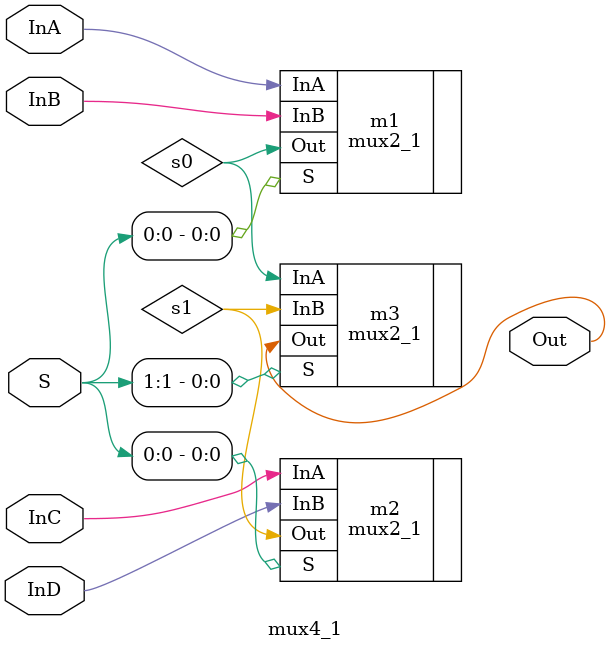
<source format=v>
module mux4_1(InA, InB, InC, InD, S, Out);
   input InA, InB, InC, InD;
   input [1:0] S;
   output      Out;
   
   wire        s0, s1;
   
   mux2_1 m1(.InA(InA), .InB(InB), .S(S[0]), .Out(s0));
   mux2_1 m2(.InA(InC), .InB(InD), .S(S[0]), .Out(s1));
   mux2_1 m3(.InA(s0), .InB(s1), .S(S[1]), .Out(Out));   

endmodule // mux4_1

   
         

</source>
